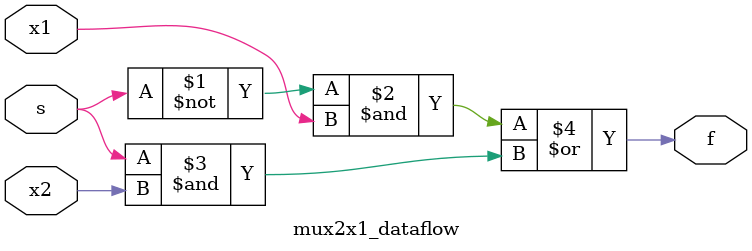
<source format=v>
module mux2x1_dataflow(
	input x1, x2, s,
	output f
);

	assign f = ~s & x1 | s & x2;
endmodule
</source>
